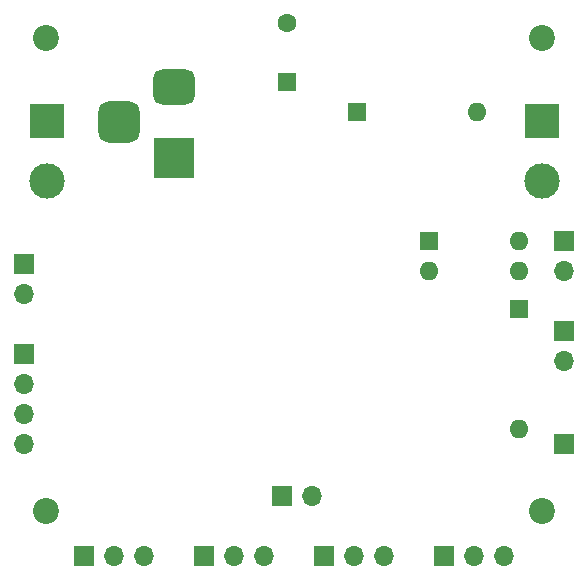
<source format=gbs>
%TF.GenerationSoftware,KiCad,Pcbnew,6.0.2+dfsg-1*%
%TF.CreationDate,2023-09-26T22:36:55+02:00*%
%TF.ProjectId,presence_sensor,70726573-656e-4636-955f-73656e736f72,rev?*%
%TF.SameCoordinates,Original*%
%TF.FileFunction,Soldermask,Bot*%
%TF.FilePolarity,Negative*%
%FSLAX46Y46*%
G04 Gerber Fmt 4.6, Leading zero omitted, Abs format (unit mm)*
G04 Created by KiCad (PCBNEW 6.0.2+dfsg-1) date 2023-09-26 22:36:55*
%MOMM*%
%LPD*%
G01*
G04 APERTURE LIST*
G04 Aperture macros list*
%AMRoundRect*
0 Rectangle with rounded corners*
0 $1 Rounding radius*
0 $2 $3 $4 $5 $6 $7 $8 $9 X,Y pos of 4 corners*
0 Add a 4 corners polygon primitive as box body*
4,1,4,$2,$3,$4,$5,$6,$7,$8,$9,$2,$3,0*
0 Add four circle primitives for the rounded corners*
1,1,$1+$1,$2,$3*
1,1,$1+$1,$4,$5*
1,1,$1+$1,$6,$7*
1,1,$1+$1,$8,$9*
0 Add four rect primitives between the rounded corners*
20,1,$1+$1,$2,$3,$4,$5,0*
20,1,$1+$1,$4,$5,$6,$7,0*
20,1,$1+$1,$6,$7,$8,$9,0*
20,1,$1+$1,$8,$9,$2,$3,0*%
G04 Aperture macros list end*
%ADD10C,2.200000*%
%ADD11R,1.700000X1.700000*%
%ADD12O,1.700000X1.700000*%
%ADD13R,3.500000X3.500000*%
%ADD14RoundRect,0.750000X-1.000000X0.750000X-1.000000X-0.750000X1.000000X-0.750000X1.000000X0.750000X0*%
%ADD15RoundRect,0.875000X-0.875000X0.875000X-0.875000X-0.875000X0.875000X-0.875000X0.875000X0.875000X0*%
%ADD16R,3.000000X3.000000*%
%ADD17C,3.000000*%
%ADD18R,1.600000X1.600000*%
%ADD19O,1.600000X1.600000*%
%ADD20C,1.600000*%
G04 APERTURE END LIST*
D10*
%TO.C,REF\u002A\u002A*%
X96000000Y-94000000D03*
%TD*%
%TO.C,REF\u002A\u002A*%
X54000000Y-94000000D03*
%TD*%
%TO.C,REF\u002A\u002A*%
X96000000Y-54000000D03*
%TD*%
%TO.C,REF\u002A\u002A*%
X54000000Y-54000000D03*
%TD*%
D11*
%TO.C,J40*%
X97860000Y-78810000D03*
D12*
X97860000Y-81350000D03*
%TD*%
D11*
%TO.C,J31*%
X97860000Y-71190000D03*
D12*
X97860000Y-73730000D03*
%TD*%
D13*
%TO.C,J50*%
X64840000Y-64109000D03*
D14*
X64840000Y-58109000D03*
D15*
X60140000Y-61109000D03*
%TD*%
D16*
%TO.C,J51*%
X54045000Y-61030000D03*
D17*
X54045000Y-66110000D03*
%TD*%
D11*
%TO.C,J30*%
X97860000Y-88335000D03*
%TD*%
%TO.C,J10*%
X52140000Y-73090000D03*
D12*
X52140000Y-75630000D03*
%TD*%
D11*
%TO.C,J2*%
X77555000Y-97860000D03*
D12*
X80095000Y-97860000D03*
X82635000Y-97860000D03*
%TD*%
D18*
%TO.C,D50*%
X80334000Y-60268000D03*
D19*
X90494000Y-60268000D03*
%TD*%
D18*
%TO.C,C50*%
X74365000Y-57717651D03*
D20*
X74365000Y-52717651D03*
%TD*%
D11*
%TO.C,J3*%
X67395000Y-97860000D03*
D12*
X69935000Y-97860000D03*
X72475000Y-97860000D03*
%TD*%
D11*
%TO.C,J1*%
X57220000Y-97860000D03*
D12*
X59760000Y-97860000D03*
X62300000Y-97860000D03*
%TD*%
%TO.C,J5*%
X52140000Y-88335000D03*
X52140000Y-85795000D03*
X52140000Y-83255000D03*
D11*
X52140000Y-80715000D03*
%TD*%
D19*
%TO.C,D40*%
X94050000Y-87065000D03*
D18*
X94050000Y-76905000D03*
%TD*%
%TO.C,U30*%
X86440000Y-71185000D03*
D19*
X86440000Y-73725000D03*
X94060000Y-73725000D03*
X94060000Y-71185000D03*
%TD*%
D11*
%TO.C,J4*%
X87700000Y-97860000D03*
D12*
X90240000Y-97860000D03*
X92780000Y-97860000D03*
%TD*%
D16*
%TO.C,J52*%
X95955000Y-61030000D03*
D17*
X95955000Y-66110000D03*
%TD*%
D11*
%TO.C,J6*%
X73984000Y-92780000D03*
D12*
X76524000Y-92780000D03*
%TD*%
M02*

</source>
